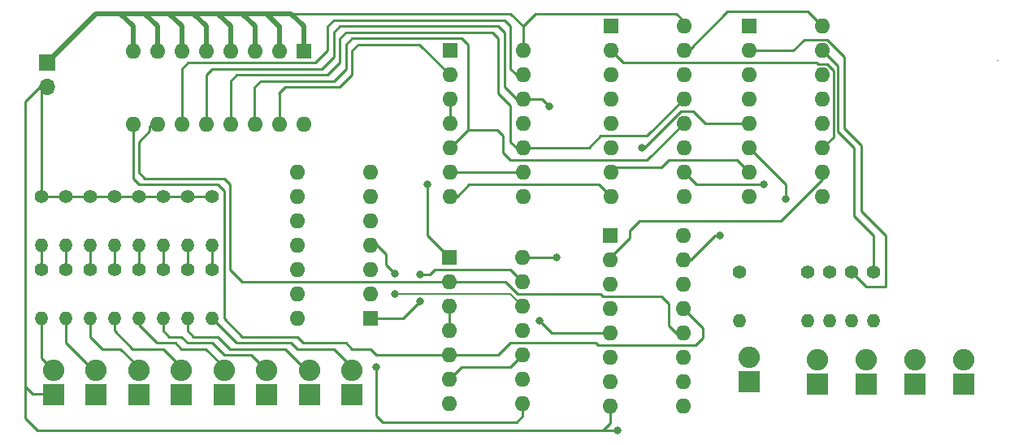
<source format=gbr>
%TF.GenerationSoftware,KiCad,Pcbnew,(6.0.4)*%
%TF.CreationDate,2022-04-08T01:44:20+01:00*%
%TF.ProjectId,test,74657374-2e6b-4696-9361-645f70636258,rev?*%
%TF.SameCoordinates,Original*%
%TF.FileFunction,Copper,L1,Top*%
%TF.FilePolarity,Positive*%
%FSLAX46Y46*%
G04 Gerber Fmt 4.6, Leading zero omitted, Abs format (unit mm)*
G04 Created by KiCad (PCBNEW (6.0.4)) date 2022-04-08 01:44:20*
%MOMM*%
%LPD*%
G01*
G04 APERTURE LIST*
%TA.AperFunction,NonConductor*%
%ADD10C,0.200000*%
%TD*%
%TA.AperFunction,ComponentPad*%
%ADD11R,1.600000X1.600000*%
%TD*%
%TA.AperFunction,ComponentPad*%
%ADD12O,1.600000X1.600000*%
%TD*%
%TA.AperFunction,ComponentPad*%
%ADD13O,1.400000X1.400000*%
%TD*%
%TA.AperFunction,ComponentPad*%
%ADD14C,1.400000*%
%TD*%
%TA.AperFunction,ComponentPad*%
%ADD15R,2.240000X2.240000*%
%TD*%
%TA.AperFunction,ComponentPad*%
%ADD16O,2.240000X2.240000*%
%TD*%
%TA.AperFunction,ComponentPad*%
%ADD17R,1.700000X1.700000*%
%TD*%
%TA.AperFunction,ComponentPad*%
%ADD18O,1.700000X1.700000*%
%TD*%
%TA.AperFunction,ViaPad*%
%ADD19C,0.800000*%
%TD*%
%TA.AperFunction,Conductor*%
%ADD20C,0.250000*%
%TD*%
%TA.AperFunction,Conductor*%
%ADD21C,0.200000*%
%TD*%
%TA.AperFunction,Conductor*%
%ADD22C,0.500000*%
%TD*%
G04 APERTURE END LIST*
D10*
X139700000Y-32766000D02*
X139700000Y-32766000D01*
X139700000Y-32766000D02*
X139700000Y-32766000D01*
X139700000Y-32766000D02*
X139700000Y-32766000D01*
X139700000Y-32766000D02*
X139700000Y-32766000D01*
D11*
%TO.P,U6,1,~{Mr}*%
%TO.N,unconnected-(U6-Pad1)*%
X99314000Y-51054000D03*
D12*
%TO.P,U6,2,Q0*%
%TO.N,/4bit register/Q0_1*%
X99314000Y-53594000D03*
%TO.P,U6,3,~{Q0}*%
%TO.N,unconnected-(U6-Pad3)*%
X99314000Y-56134000D03*
%TO.P,U6,4,D0*%
%TO.N,/4bit register/D0_1*%
X99314000Y-58674000D03*
%TO.P,U6,5,D1*%
%TO.N,/4bit register/D1_1*%
X99314000Y-61214000D03*
%TO.P,U6,6,~{Q1}*%
%TO.N,unconnected-(U6-Pad6)*%
X99314000Y-63754000D03*
%TO.P,U6,7,Q1*%
%TO.N,/4bit register/Q1_1*%
X99314000Y-66294000D03*
%TO.P,U6,8,GND*%
%TO.N,/4bit register/GND*%
X99314000Y-68834000D03*
%TO.P,U6,9,Cp*%
%TO.N,/4bit register/CLK*%
X106934000Y-68834000D03*
%TO.P,U6,10,Q2*%
%TO.N,/4bit register/Q2_1*%
X106934000Y-66294000D03*
%TO.P,U6,11,~{Q2}*%
%TO.N,unconnected-(U6-Pad11)*%
X106934000Y-63754000D03*
%TO.P,U6,12,D2*%
%TO.N,/4bit register/D2_1*%
X106934000Y-61214000D03*
%TO.P,U6,13,D3*%
%TO.N,/4bit register/D3_1*%
X106934000Y-58674000D03*
%TO.P,U6,14,~{Q3}*%
%TO.N,unconnected-(U6-Pad14)*%
X106934000Y-56134000D03*
%TO.P,U6,15,Q3*%
%TO.N,/4bit register/Q3_1*%
X106934000Y-53594000D03*
%TO.P,U6,16,VCC*%
%TO.N,/4bit register/VCC*%
X106934000Y-51054000D03*
%TD*%
D11*
%TO.P,SW1,1*%
%TO.N,/4bit register/VCC*%
X67320000Y-31792500D03*
D12*
%TO.P,SW1,2*%
X64780000Y-31792500D03*
%TO.P,SW1,3*%
X62240000Y-31792500D03*
%TO.P,SW1,4*%
X59700000Y-31792500D03*
%TO.P,SW1,5*%
X57160000Y-31792500D03*
%TO.P,SW1,6*%
X54620000Y-31792500D03*
%TO.P,SW1,7*%
X52080000Y-31792500D03*
%TO.P,SW1,8*%
X49540000Y-31792500D03*
%TO.P,SW1,9*%
%TO.N,/4bit register/D3_1*%
X49540000Y-39412500D03*
%TO.P,SW1,10*%
%TO.N,/4bit register/D2_1*%
X52080000Y-39412500D03*
%TO.P,SW1,11*%
%TO.N,/4bit register/D1_1*%
X54620000Y-39412500D03*
%TO.P,SW1,12*%
%TO.N,/4bit register/D0_1*%
X57160000Y-39412500D03*
%TO.P,SW1,13*%
%TO.N,/4bit register/D3_0*%
X59700000Y-39412500D03*
%TO.P,SW1,14*%
%TO.N,/4bit register/D2_0*%
X62240000Y-39412500D03*
%TO.P,SW1,15*%
%TO.N,/4bit register/D1_0*%
X64780000Y-39412500D03*
%TO.P,SW1,16*%
%TO.N,/4bit register/D0_0*%
X67320000Y-39412500D03*
%TD*%
D13*
%TO.P,R21,2*%
%TO.N,Net-(D13-Pad2)*%
X57785000Y-59690000D03*
D14*
%TO.P,R21,1*%
%TO.N,/4bit register/D0_0*%
X57785000Y-54610000D03*
%TD*%
D13*
%TO.P,R20,2*%
%TO.N,Net-(D12-Pad2)*%
X55245000Y-59690000D03*
D14*
%TO.P,R20,1*%
%TO.N,/4bit register/D1_0*%
X55245000Y-54610000D03*
%TD*%
D13*
%TO.P,R19,2*%
%TO.N,Net-(D11-Pad2)*%
X52705000Y-59690000D03*
D14*
%TO.P,R19,1*%
%TO.N,/4bit register/D2_0*%
X52705000Y-54610000D03*
%TD*%
D13*
%TO.P,R18,2*%
%TO.N,Net-(D10-Pad2)*%
X50165000Y-59690000D03*
D14*
%TO.P,R18,1*%
%TO.N,/4bit register/D3_0*%
X50165000Y-54610000D03*
%TD*%
%TO.P,R17,1*%
%TO.N,/4bit register/D0_1*%
X47625000Y-54610000D03*
D13*
%TO.P,R17,2*%
%TO.N,Net-(D9-Pad2)*%
X47625000Y-59690000D03*
%TD*%
D14*
%TO.P,R16,1*%
%TO.N,/4bit register/D1_1*%
X45085000Y-54610000D03*
D13*
%TO.P,R16,2*%
%TO.N,Net-(D8-Pad2)*%
X45085000Y-59690000D03*
%TD*%
D14*
%TO.P,R15,1*%
%TO.N,/4bit register/D2_1*%
X42545000Y-54610000D03*
D13*
%TO.P,R15,2*%
%TO.N,Net-(D7-Pad2)*%
X42545000Y-59690000D03*
%TD*%
D14*
%TO.P,R14,1*%
%TO.N,/4bit register/D3_1*%
X40005000Y-54610000D03*
D13*
%TO.P,R14,2*%
%TO.N,Net-(D6-Pad2)*%
X40005000Y-59690000D03*
%TD*%
D15*
%TO.P,D13,1,K*%
%TO.N,/4bit register/GND*%
X72390000Y-67650000D03*
D16*
%TO.P,D13,2,A*%
%TO.N,Net-(D13-Pad2)*%
X72390000Y-65110000D03*
%TD*%
%TO.P,D12,2,A*%
%TO.N,Net-(D12-Pad2)*%
X67945000Y-65110000D03*
D15*
%TO.P,D12,1,K*%
%TO.N,/4bit register/GND*%
X67945000Y-67650000D03*
%TD*%
D16*
%TO.P,D11,2,A*%
%TO.N,Net-(D11-Pad2)*%
X63500000Y-65110000D03*
D15*
%TO.P,D11,1,K*%
%TO.N,/4bit register/GND*%
X63500000Y-67650000D03*
%TD*%
%TO.P,D10,1,K*%
%TO.N,/4bit register/GND*%
X59055000Y-67650000D03*
D16*
%TO.P,D10,2,A*%
%TO.N,Net-(D10-Pad2)*%
X59055000Y-65110000D03*
%TD*%
D15*
%TO.P,D9,1,K*%
%TO.N,/4bit register/GND*%
X54610000Y-67650000D03*
D16*
%TO.P,D9,2,A*%
%TO.N,Net-(D9-Pad2)*%
X54610000Y-65110000D03*
%TD*%
%TO.P,D8,2,A*%
%TO.N,Net-(D8-Pad2)*%
X50165000Y-65110000D03*
D15*
%TO.P,D8,1,K*%
%TO.N,/4bit register/GND*%
X50165000Y-67650000D03*
%TD*%
%TO.P,D7,1,K*%
%TO.N,/4bit register/GND*%
X45720000Y-67650000D03*
D16*
%TO.P,D7,2,A*%
%TO.N,Net-(D7-Pad2)*%
X45720000Y-65110000D03*
%TD*%
D15*
%TO.P,D6,1,K*%
%TO.N,/4bit register/GND*%
X41275000Y-67650000D03*
D16*
%TO.P,D6,2,A*%
%TO.N,Net-(D6-Pad2)*%
X41275000Y-65110000D03*
%TD*%
D15*
%TO.P,D5,1,K*%
%TO.N,/4bit register/GND*%
X113792000Y-66294000D03*
D16*
%TO.P,D5,2,A*%
%TO.N,Net-(D5-Pad2)*%
X113792000Y-63754000D03*
%TD*%
D14*
%TO.P,R8,1*%
%TO.N,/4bit register/GND*%
X52705000Y-46990000D03*
D13*
%TO.P,R8,2*%
%TO.N,/4bit register/D2_0*%
X52705000Y-52070000D03*
%TD*%
D14*
%TO.P,R12,1*%
%TO.N,/4bit register/GND*%
X42545000Y-46990000D03*
D13*
%TO.P,R12,2*%
%TO.N,/4bit register/D2_1*%
X42545000Y-52070000D03*
%TD*%
%TO.P,R2,2*%
%TO.N,Net-(D2-Pad2)*%
X122174000Y-59944000D03*
D14*
%TO.P,R2,1*%
%TO.N,Net-(R2-Pad1)*%
X122174000Y-54864000D03*
%TD*%
%TO.P,R6,1*%
%TO.N,/4bit register/GND*%
X57785000Y-46990000D03*
D13*
%TO.P,R6,2*%
%TO.N,/4bit register/D0_0*%
X57785000Y-52070000D03*
%TD*%
D12*
%TO.P,U2,14,VCC*%
%TO.N,/4bit register/VCC*%
X90170000Y-53340000D03*
%TO.P,U2,13*%
%TO.N,Net-(U2-Pad13)*%
X90170000Y-55880000D03*
%TO.P,U2,12*%
%TO.N,Net-(U2-Pad12)*%
X90170000Y-58420000D03*
%TO.P,U2,11*%
%TO.N,/4bit register/CLK*%
X90170000Y-60960000D03*
%TO.P,U2,10*%
%TO.N,Net-(U2-Pad10)*%
X90170000Y-63500000D03*
%TO.P,U2,9*%
%TO.N,Net-(U1-Pad8)*%
X90170000Y-66040000D03*
%TO.P,U2,8*%
%TO.N,Net-(U2-Pad13)*%
X90170000Y-68580000D03*
%TO.P,U2,7,GND*%
%TO.N,/4bit register/GND*%
X82550000Y-68580000D03*
%TO.P,U2,6*%
%TO.N,Net-(U2-Pad10)*%
X82550000Y-66040000D03*
%TO.P,U2,5*%
%TO.N,/4bit register/D3_1*%
X82550000Y-63500000D03*
%TO.P,U2,4*%
%TO.N,Net-(U2-Pad3)*%
X82550000Y-60960000D03*
%TO.P,U2,3*%
X82550000Y-58420000D03*
%TO.P,U2,2*%
%TO.N,/4bit register/D2_1*%
X82550000Y-55880000D03*
D11*
%TO.P,U2,1*%
%TO.N,Net-(U1-Pad11)*%
X82550000Y-53340000D03*
%TD*%
D14*
%TO.P,R3,1*%
%TO.N,Net-(R3-Pad1)*%
X124460000Y-54864000D03*
D13*
%TO.P,R3,2*%
%TO.N,Net-(D3-Pad2)*%
X124460000Y-59944000D03*
%TD*%
D12*
%TO.P,U4,16,B4*%
%TO.N,/4bit register/Q3_0*%
X121412000Y-29210000D03*
%TO.P,U4,15,S4*%
%TO.N,Net-(R4-Pad1)*%
X121412000Y-31750000D03*
%TO.P,U4,14,C4*%
%TO.N,Net-(R5-Pad1)*%
X121412000Y-34290000D03*
%TO.P,U4,13,C0*%
%TO.N,unconnected-(U4-Pad13)*%
X121412000Y-36830000D03*
%TO.P,U4,12,GND*%
%TO.N,/4bit register/GND*%
X121412000Y-39370000D03*
%TO.P,U4,11,B1*%
%TO.N,/4bit register/Q0_0*%
X121412000Y-41910000D03*
%TO.P,U4,10,A1*%
%TO.N,/4bit register/Q0_1*%
X121412000Y-44450000D03*
%TO.P,U4,9,S1*%
%TO.N,Net-(R1-Pad1)*%
X121412000Y-46990000D03*
%TO.P,U4,8,A2*%
%TO.N,/4bit register/Q1_1*%
X113792000Y-46990000D03*
%TO.P,U4,7,B2*%
%TO.N,/4bit register/Q1_0*%
X113792000Y-44450000D03*
%TO.P,U4,6,S2*%
%TO.N,Net-(R2-Pad1)*%
X113792000Y-41910000D03*
%TO.P,U4,5,VCC*%
%TO.N,/4bit register/VCC*%
X113792000Y-39370000D03*
%TO.P,U4,4,B3*%
%TO.N,/4bit register/Q2_0*%
X113792000Y-36830000D03*
%TO.P,U4,3,A3*%
%TO.N,/4bit register/Q2_1*%
X113792000Y-34290000D03*
%TO.P,U4,2,S3*%
%TO.N,Net-(R3-Pad1)*%
X113792000Y-31750000D03*
D11*
%TO.P,U4,1,A4*%
%TO.N,/4bit register/Q3_1*%
X113792000Y-29210000D03*
%TD*%
D14*
%TO.P,R1,1*%
%TO.N,Net-(R1-Pad1)*%
X119888000Y-54864000D03*
D13*
%TO.P,R1,2*%
%TO.N,Net-(D1-Pad2)*%
X119888000Y-59944000D03*
%TD*%
D14*
%TO.P,R4,1*%
%TO.N,Net-(R4-Pad1)*%
X126746000Y-54864000D03*
D13*
%TO.P,R4,2*%
%TO.N,Net-(D4-Pad2)*%
X126746000Y-59944000D03*
%TD*%
D15*
%TO.P,D1,1,K*%
%TO.N,/4bit register/GND*%
X120904000Y-66548000D03*
D16*
%TO.P,D1,2,A*%
%TO.N,Net-(D1-Pad2)*%
X120904000Y-64008000D03*
%TD*%
D17*
%TO.P,BT1,1,+*%
%TO.N,/4bit register/VCC*%
X40640000Y-33020000D03*
D18*
%TO.P,BT1,2,-*%
%TO.N,/4bit register/GND*%
X40640000Y-35560000D03*
%TD*%
D14*
%TO.P,R11,1*%
%TO.N,/4bit register/GND*%
X45085000Y-46990000D03*
D13*
%TO.P,R11,2*%
%TO.N,/4bit register/D1_1*%
X45085000Y-52070000D03*
%TD*%
D14*
%TO.P,R13,1*%
%TO.N,/4bit register/GND*%
X40005000Y-46990000D03*
D13*
%TO.P,R13,2*%
%TO.N,/4bit register/D3_1*%
X40005000Y-52070000D03*
%TD*%
D11*
%TO.P,U5,1,~{Mr}*%
%TO.N,unconnected-(U5-Pad1)*%
X99324000Y-29200000D03*
D12*
%TO.P,U5,2,Q0*%
%TO.N,/4bit register/Q0_0*%
X99324000Y-31740000D03*
%TO.P,U5,3,~{Q0}*%
%TO.N,unconnected-(U5-Pad3)*%
X99324000Y-34280000D03*
%TO.P,U5,4,D0*%
%TO.N,/4bit register/D0_0*%
X99324000Y-36820000D03*
%TO.P,U5,5,D1*%
%TO.N,/4bit register/D1_0*%
X99324000Y-39360000D03*
%TO.P,U5,6,~{Q1}*%
%TO.N,unconnected-(U5-Pad6)*%
X99324000Y-41900000D03*
%TO.P,U5,7,Q1*%
%TO.N,/4bit register/Q1_0*%
X99324000Y-44440000D03*
%TO.P,U5,8,GND*%
%TO.N,/4bit register/GND*%
X99324000Y-46980000D03*
%TO.P,U5,9,Cp*%
%TO.N,/4bit register/CLK*%
X106944000Y-46980000D03*
%TO.P,U5,10,Q2*%
%TO.N,/4bit register/Q2_0*%
X106944000Y-44440000D03*
%TO.P,U5,11,~{Q2}*%
%TO.N,unconnected-(U5-Pad11)*%
X106944000Y-41900000D03*
%TO.P,U5,12,D2*%
%TO.N,/4bit register/D2_0*%
X106944000Y-39360000D03*
%TO.P,U5,13,D3*%
%TO.N,/4bit register/D3_0*%
X106944000Y-36820000D03*
%TO.P,U5,14,~{Q3}*%
%TO.N,unconnected-(U5-Pad14)*%
X106944000Y-34280000D03*
%TO.P,U5,15,Q3*%
%TO.N,/4bit register/Q3_0*%
X106944000Y-31740000D03*
%TO.P,U5,16,VCC*%
%TO.N,/4bit register/VCC*%
X106944000Y-29200000D03*
%TD*%
D14*
%TO.P,R5,1*%
%TO.N,Net-(R5-Pad1)*%
X112776000Y-54864000D03*
D13*
%TO.P,R5,2*%
%TO.N,Net-(D5-Pad2)*%
X112776000Y-59944000D03*
%TD*%
D16*
%TO.P,D3,2,A*%
%TO.N,Net-(D3-Pad2)*%
X131064000Y-64008000D03*
D15*
%TO.P,D3,1,K*%
%TO.N,/4bit register/GND*%
X131064000Y-66548000D03*
%TD*%
D12*
%TO.P,U1,14,VCC*%
%TO.N,/4bit register/VCC*%
X90180000Y-31745000D03*
%TO.P,U1,13*%
%TO.N,/4bit register/D1_1*%
X90180000Y-34285000D03*
%TO.P,U1,12*%
%TO.N,/4bit register/D0_1*%
X90180000Y-36825000D03*
%TO.P,U1,11*%
%TO.N,Net-(U1-Pad11)*%
X90180000Y-39365000D03*
%TO.P,U1,10*%
%TO.N,/4bit register/D3_0*%
X90180000Y-41905000D03*
%TO.P,U1,9*%
%TO.N,Net-(U1-Pad6)*%
X90180000Y-44445000D03*
%TO.P,U1,8*%
%TO.N,Net-(U1-Pad8)*%
X90180000Y-46985000D03*
%TO.P,U1,7,GND*%
%TO.N,/4bit register/GND*%
X82560000Y-46985000D03*
%TO.P,U1,6*%
%TO.N,Net-(U1-Pad6)*%
X82560000Y-44445000D03*
%TO.P,U1,5*%
%TO.N,/4bit register/D2_0*%
X82560000Y-41905000D03*
%TO.P,U1,4*%
%TO.N,Net-(U1-Pad3)*%
X82560000Y-39365000D03*
%TO.P,U1,3*%
X82560000Y-36825000D03*
%TO.P,U1,2*%
%TO.N,/4bit register/D1_0*%
X82560000Y-34285000D03*
D11*
%TO.P,U1,1*%
%TO.N,/4bit register/D0_0*%
X82560000Y-31745000D03*
%TD*%
D14*
%TO.P,R10,1*%
%TO.N,/4bit register/GND*%
X47625000Y-46990000D03*
D13*
%TO.P,R10,2*%
%TO.N,/4bit register/D0_1*%
X47625000Y-52070000D03*
%TD*%
D15*
%TO.P,D4,1,K*%
%TO.N,/4bit register/GND*%
X136144000Y-66548000D03*
D16*
%TO.P,D4,2,A*%
%TO.N,Net-(D4-Pad2)*%
X136144000Y-64008000D03*
%TD*%
D14*
%TO.P,R9,1*%
%TO.N,/4bit register/GND*%
X50165000Y-46990000D03*
D13*
%TO.P,R9,2*%
%TO.N,/4bit register/D3_0*%
X50165000Y-52070000D03*
%TD*%
D14*
%TO.P,R7,1*%
%TO.N,/4bit register/GND*%
X55245000Y-46990000D03*
D13*
%TO.P,R7,2*%
%TO.N,/4bit register/D1_0*%
X55245000Y-52070000D03*
%TD*%
D12*
%TO.P,U3,14,VCC*%
%TO.N,/4bit register/VCC*%
X66665000Y-59695000D03*
%TO.P,U3,13*%
%TO.N,unconnected-(U3-Pad13)*%
X66665000Y-57155000D03*
%TO.P,U3,12*%
%TO.N,unconnected-(U3-Pad12)*%
X66665000Y-54615000D03*
%TO.P,U3,11*%
%TO.N,unconnected-(U3-Pad11)*%
X66665000Y-52075000D03*
%TO.P,U3,10*%
%TO.N,unconnected-(U3-Pad10)*%
X66665000Y-49535000D03*
%TO.P,U3,9*%
%TO.N,unconnected-(U3-Pad9)*%
X66665000Y-46995000D03*
%TO.P,U3,8*%
%TO.N,unconnected-(U3-Pad8)*%
X66665000Y-44455000D03*
%TO.P,U3,7,GND*%
%TO.N,/4bit register/GND*%
X74285000Y-44455000D03*
%TO.P,U3,6*%
%TO.N,unconnected-(U3-Pad6)*%
X74285000Y-46995000D03*
%TO.P,U3,5*%
%TO.N,unconnected-(U3-Pad5)*%
X74285000Y-49535000D03*
%TO.P,U3,4*%
%TO.N,Net-(U2-Pad12)*%
X74285000Y-52075000D03*
%TO.P,U3,3*%
%TO.N,Net-(U3-Pad2)*%
X74285000Y-54615000D03*
%TO.P,U3,2*%
X74285000Y-57155000D03*
D11*
%TO.P,U3,1*%
%TO.N,Net-(U2-Pad13)*%
X74285000Y-59695000D03*
%TD*%
D15*
%TO.P,D2,1,K*%
%TO.N,/4bit register/GND*%
X125984000Y-66548000D03*
D16*
%TO.P,D2,2,A*%
%TO.N,Net-(D2-Pad2)*%
X125984000Y-64008000D03*
%TD*%
D19*
%TO.N,Net-(R2-Pad1)*%
X117602000Y-47244000D03*
%TO.N,/4bit register/VCC*%
X102616000Y-41910000D03*
%TO.N,/4bit register/Q3_1*%
X110744000Y-51054000D03*
%TO.N,/4bit register/Q2_0*%
X115316000Y-45720000D03*
%TO.N,/4bit register/VCC*%
X93726000Y-53340000D03*
%TO.N,/4bit register/GND*%
X100076000Y-71374000D03*
%TO.N,/4bit register/D0_1*%
X92964000Y-37592000D03*
%TO.N,/4bit register/D1_1*%
X91948000Y-59944000D03*
%TO.N,Net-(U2-Pad13)*%
X79502000Y-55118000D03*
X79502000Y-57912000D03*
%TO.N,Net-(U1-Pad11)*%
X80264000Y-45720000D03*
%TO.N,Net-(U2-Pad12)*%
X76820802Y-57150000D03*
X76814104Y-55002035D03*
%TO.N,Net-(U2-Pad13)*%
X74930000Y-64770000D03*
%TD*%
D20*
%TO.N,/4bit register/GND*%
X50165000Y-46990000D02*
X47625000Y-46990000D01*
X38354000Y-66802000D02*
X38354000Y-70104000D01*
X38354000Y-70104000D02*
X39624000Y-71374000D01*
X39624000Y-71374000D02*
X98552000Y-71374000D01*
%TO.N,/4bit register/D0_0*%
X57785000Y-52070000D02*
X57785000Y-54610000D01*
%TO.N,/4bit register/D1_0*%
X55245000Y-52070000D02*
X55245000Y-54610000D01*
%TO.N,/4bit register/D2_0*%
X52705000Y-52070000D02*
X52705000Y-54610000D01*
%TO.N,/4bit register/D3_0*%
X50165000Y-52070000D02*
X50165000Y-54610000D01*
%TO.N,/4bit register/D0_1*%
X47625000Y-52070000D02*
X47625000Y-54610000D01*
%TO.N,/4bit register/D1_1*%
X45085000Y-52070000D02*
X45085000Y-54610000D01*
%TO.N,/4bit register/D2_1*%
X42545000Y-52070000D02*
X42545000Y-54610000D01*
%TO.N,/4bit register/D3_1*%
X40005000Y-52070000D02*
X40005000Y-54610000D01*
%TO.N,Net-(R3-Pad1)*%
X113792000Y-31750000D02*
X118364000Y-31750000D01*
X128016000Y-56388000D02*
X125984000Y-56388000D01*
X118364000Y-31750000D02*
X119488511Y-30625489D01*
X121877789Y-30625489D02*
X123698000Y-32445700D01*
X119488511Y-30625489D02*
X121877789Y-30625489D01*
X128016000Y-51054000D02*
X128016000Y-56388000D01*
X123698000Y-32445700D02*
X123698000Y-39878000D01*
X123698000Y-39878000D02*
X125476000Y-41656000D01*
X125476000Y-48514000D02*
X128016000Y-51054000D01*
X125476000Y-41656000D02*
X125476000Y-48514000D01*
X125984000Y-56388000D02*
X124460000Y-54864000D01*
%TO.N,Net-(R2-Pad1)*%
X113792000Y-41910000D02*
X117602000Y-45720000D01*
X117602000Y-45720000D02*
X117602000Y-46228000D01*
X117602000Y-46228000D02*
X117602000Y-47244000D01*
%TO.N,/4bit register/VCC*%
X113792000Y-39370000D02*
X109220000Y-39370000D01*
X109220000Y-39370000D02*
X107950000Y-38100000D01*
X107950000Y-38100000D02*
X106613700Y-38100000D01*
X106613700Y-38100000D02*
X102803700Y-41910000D01*
X102803700Y-41910000D02*
X102616000Y-41910000D01*
%TO.N,Net-(R4-Pad1)*%
X126746000Y-54864000D02*
X126746000Y-51054000D01*
X126746000Y-51054000D02*
X124714000Y-49022000D01*
X124714000Y-41910000D02*
X122986021Y-40182021D01*
X124714000Y-49022000D02*
X124714000Y-41910000D01*
X122986021Y-40182021D02*
X122986021Y-33324021D01*
X122986021Y-33324021D02*
X121412000Y-31750000D01*
%TO.N,/4bit register/Q0_0*%
X122536511Y-40785489D02*
X121412000Y-41910000D01*
X122536511Y-33824211D02*
X122536511Y-40785489D01*
X121877789Y-33165489D02*
X122536511Y-33824211D01*
X100604000Y-33020000D02*
X120817001Y-33020000D01*
X120962490Y-33165489D02*
X121877789Y-33165489D01*
X120817001Y-33020000D02*
X120962490Y-33165489D01*
X99324000Y-31740000D02*
X100604000Y-33020000D01*
%TO.N,/4bit register/Q3_0*%
X106944000Y-31740000D02*
X107452000Y-31740000D01*
X107452000Y-31740000D02*
X111506000Y-27686000D01*
X119888000Y-27686000D02*
X121412000Y-29210000D01*
X111506000Y-27686000D02*
X119888000Y-27686000D01*
%TO.N,/4bit register/Q3_1*%
X110744000Y-51054000D02*
X110236000Y-51054000D01*
X110236000Y-51054000D02*
X107696000Y-53594000D01*
X107696000Y-53594000D02*
X106934000Y-53594000D01*
%TO.N,/4bit register/Q2_0*%
X108224000Y-45720000D02*
X115316000Y-45720000D01*
X106944000Y-44440000D02*
X108224000Y-45720000D01*
%TO.N,/4bit register/Q0_1*%
X99314000Y-53594000D02*
X99314000Y-53340000D01*
X99314000Y-53340000D02*
X101346000Y-51308000D01*
X121412000Y-45212000D02*
X121412000Y-44450000D01*
X101346000Y-51308000D02*
X101346000Y-50546000D01*
X117094000Y-49530000D02*
X121412000Y-45212000D01*
X101346000Y-50546000D02*
X102362000Y-49530000D01*
X102362000Y-49530000D02*
X117094000Y-49530000D01*
%TO.N,/4bit register/Q1_0*%
X99324000Y-44440000D02*
X99822000Y-43942000D01*
X99822000Y-43942000D02*
X104648000Y-43942000D01*
X104648000Y-43942000D02*
X105410000Y-43180000D01*
X105410000Y-43180000D02*
X112522000Y-43180000D01*
X112522000Y-43180000D02*
X113792000Y-44450000D01*
%TO.N,/4bit register/VCC*%
X90170000Y-53340000D02*
X93726000Y-53340000D01*
%TO.N,/4bit register/GND*%
X100076000Y-71374000D02*
X98552000Y-71374000D01*
%TO.N,/4bit register/D0_1*%
X92197000Y-36825000D02*
X92964000Y-37592000D01*
X90180000Y-36825000D02*
X92197000Y-36825000D01*
%TO.N,/4bit register/D1_1*%
X93218000Y-61214000D02*
X91948000Y-59944000D01*
X99314000Y-61214000D02*
X93218000Y-61214000D01*
%TO.N,/4bit register/VCC*%
X106944000Y-28712000D02*
X106172000Y-27940000D01*
X106944000Y-29200000D02*
X106944000Y-28712000D01*
X106172000Y-27940000D02*
X91460000Y-27940000D01*
X91460000Y-27940000D02*
X90180000Y-29220000D01*
%TO.N,Net-(U2-Pad13)*%
X79502000Y-55118000D02*
X80518000Y-55118000D01*
X81026000Y-54610000D02*
X88900000Y-54610000D01*
X80518000Y-55118000D02*
X81026000Y-54610000D01*
X88900000Y-54610000D02*
X90170000Y-55880000D01*
%TO.N,/4bit register/D2_1*%
X82550000Y-55880000D02*
X88392000Y-55880000D01*
X98552000Y-57404000D02*
X104648000Y-57404000D01*
X88392000Y-55880000D02*
X89662000Y-57150000D01*
X89662000Y-57150000D02*
X98298000Y-57150000D01*
X98298000Y-57150000D02*
X98552000Y-57404000D01*
X104648000Y-57404000D02*
X105410000Y-58166000D01*
X105410000Y-58166000D02*
X105410000Y-60452000D01*
X105410000Y-60452000D02*
X106172000Y-61214000D01*
X106172000Y-61214000D02*
X106934000Y-61214000D01*
%TO.N,/4bit register/GND*%
X99324000Y-46980000D02*
X98064000Y-45720000D01*
X98064000Y-45720000D02*
X84582000Y-45720000D01*
X84582000Y-45720000D02*
X83317000Y-46985000D01*
X83317000Y-46985000D02*
X82560000Y-46985000D01*
%TO.N,Net-(U1-Pad6)*%
X82560000Y-44445000D02*
X90180000Y-44445000D01*
%TO.N,/4bit register/D3_0*%
X90180000Y-41905000D02*
X97033000Y-41905000D01*
X97033000Y-41905000D02*
X98298000Y-40640000D01*
X98298000Y-40640000D02*
X103124000Y-40640000D01*
X103124000Y-40640000D02*
X106944000Y-36820000D01*
%TO.N,/4bit register/D2_0*%
X84455000Y-40010000D02*
X87508000Y-40010000D01*
X87508000Y-40010000D02*
X88138000Y-40640000D01*
X88138000Y-40640000D02*
X88138000Y-42418000D01*
X88138000Y-42418000D02*
X88900000Y-43180000D01*
X88900000Y-43180000D02*
X103124000Y-43180000D01*
X103124000Y-43180000D02*
X106944000Y-39360000D01*
%TO.N,/4bit register/D3_1*%
X82550000Y-63500000D02*
X87630000Y-63500000D01*
X87630000Y-63500000D02*
X88900000Y-62230000D01*
X88900000Y-62230000D02*
X97790000Y-62230000D01*
X97790000Y-62230000D02*
X98044000Y-62484000D01*
X108966000Y-60706000D02*
X106934000Y-58674000D01*
X98044000Y-62484000D02*
X108204000Y-62484000D01*
X108204000Y-62484000D02*
X108966000Y-61722000D01*
X108966000Y-61722000D02*
X108966000Y-60706000D01*
%TO.N,Net-(U2-Pad13)*%
X74285000Y-59695000D02*
X77719000Y-59695000D01*
X77719000Y-59695000D02*
X79502000Y-57912000D01*
%TO.N,Net-(U1-Pad3)*%
X82560000Y-36825000D02*
X82560000Y-39365000D01*
%TO.N,/4bit register/D0_1*%
X57160000Y-34280000D02*
X57160000Y-39412500D01*
%TO.N,/4bit register/D3_1*%
X80015000Y-63500000D02*
X82550000Y-63500000D01*
%TO.N,Net-(U2-Pad13)*%
X74930000Y-64770000D02*
X74930000Y-69850000D01*
X74930000Y-69850000D02*
X75565000Y-70485000D01*
X89535000Y-70485000D02*
X90170000Y-69850000D01*
X75565000Y-70485000D02*
X89535000Y-70485000D01*
X90170000Y-69850000D02*
X90170000Y-68580000D01*
%TO.N,/4bit register/GND*%
X99314000Y-70612000D02*
X99314000Y-68834000D01*
X98552000Y-71374000D02*
X99314000Y-70612000D01*
%TO.N,Net-(U1-Pad11)*%
X80264000Y-45720000D02*
X80264000Y-51054000D01*
X80264000Y-51054000D02*
X82550000Y-53340000D01*
%TO.N,/4bit register/GND*%
X41275000Y-67650000D02*
X41189000Y-67564000D01*
X38354000Y-66802000D02*
X38354000Y-37084000D01*
X41189000Y-67564000D02*
X39116000Y-67564000D01*
X39116000Y-67564000D02*
X38354000Y-66802000D01*
X38354000Y-37084000D02*
X39878000Y-35560000D01*
X39878000Y-35560000D02*
X40640000Y-35560000D01*
%TO.N,/4bit register/D2_1*%
X51308000Y-40132000D02*
X51308000Y-39624000D01*
X50165000Y-41275000D02*
X51308000Y-40132000D01*
X51308000Y-39624000D02*
X51519500Y-39412500D01*
X51519500Y-39412500D02*
X52080000Y-39412500D01*
%TO.N,/4bit register/D3_1*%
X49540000Y-45095000D02*
X49540000Y-39412500D01*
%TO.N,Net-(U2-Pad12)*%
X76814104Y-55002035D02*
X75875000Y-54062931D01*
X75875000Y-54062931D02*
X75875000Y-53015000D01*
X75875000Y-53015000D02*
X74935000Y-52075000D01*
X74935000Y-52075000D02*
X74285000Y-52075000D01*
D21*
X88900000Y-57150000D02*
X76820802Y-57150000D01*
X88900000Y-57150000D02*
X90170000Y-58420000D01*
D20*
%TO.N,Net-(U2-Pad3)*%
X82550000Y-58420000D02*
X82550000Y-60960000D01*
%TO.N,Net-(U2-Pad10)*%
X82550000Y-66040000D02*
X83820000Y-64770000D01*
X83820000Y-64770000D02*
X88900000Y-64770000D01*
X88900000Y-64770000D02*
X90170000Y-63500000D01*
%TO.N,/4bit register/D2_1*%
X80020000Y-55875000D02*
X82545000Y-55875000D01*
X82545000Y-55875000D02*
X82550000Y-55880000D01*
%TO.N,/4bit register/D1_0*%
X64780000Y-39412500D02*
X64780000Y-36205000D01*
X64780000Y-36205000D02*
X64770000Y-36195000D01*
X72390000Y-34290000D02*
X72390000Y-31750000D01*
X72390000Y-31750000D02*
X73025000Y-31115000D01*
X64770000Y-36195000D02*
X65405000Y-35560000D01*
X65405000Y-35560000D02*
X71120000Y-35560000D01*
X71120000Y-35560000D02*
X72390000Y-34290000D01*
X79390000Y-31115000D02*
X82560000Y-34285000D01*
X73025000Y-31115000D02*
X79390000Y-31115000D01*
%TO.N,/4bit register/D2_0*%
X62240000Y-39412500D02*
X62230000Y-39402500D01*
X71755000Y-31115000D02*
X72390000Y-30480000D01*
X84455000Y-31115000D02*
X84455000Y-40010000D01*
X62230000Y-39402500D02*
X62230000Y-35560000D01*
X62230000Y-35560000D02*
X62865000Y-34925000D01*
X70485000Y-34925000D02*
X71755000Y-33655000D01*
X62865000Y-34925000D02*
X70485000Y-34925000D01*
X71755000Y-33655000D02*
X71755000Y-31115000D01*
X84455000Y-40010000D02*
X82560000Y-41905000D01*
X72390000Y-30480000D02*
X83820000Y-30480000D01*
X83820000Y-30480000D02*
X84455000Y-31115000D01*
%TO.N,/4bit register/D3_0*%
X59700000Y-39412500D02*
X59700000Y-34915000D01*
X69850000Y-34290000D02*
X71120000Y-33020000D01*
X59700000Y-34915000D02*
X60325000Y-34290000D01*
X60325000Y-34290000D02*
X69850000Y-34290000D01*
X71755000Y-29845000D02*
X86995000Y-29845000D01*
X87630000Y-36195000D02*
X88900000Y-37465000D01*
X71120000Y-33020000D02*
X71120000Y-30480000D01*
X71120000Y-30480000D02*
X71755000Y-29845000D01*
X86995000Y-29845000D02*
X87630000Y-30480000D01*
X87630000Y-30480000D02*
X87630000Y-36195000D01*
X88900000Y-37465000D02*
X88900000Y-41275000D01*
X89530000Y-41905000D02*
X90180000Y-41905000D01*
X88900000Y-41275000D02*
X89530000Y-41905000D01*
%TO.N,/4bit register/D0_1*%
X70485000Y-32385000D02*
X70485000Y-29845000D01*
X71120000Y-29210000D02*
X87630000Y-29210000D01*
X88265000Y-35560000D02*
X89530000Y-36825000D01*
X57160000Y-34280000D02*
X57785000Y-33655000D01*
X57785000Y-33655000D02*
X69215000Y-33655000D01*
X69215000Y-33655000D02*
X70485000Y-32385000D01*
X70485000Y-29845000D02*
X71120000Y-29210000D01*
X88265000Y-29845000D02*
X88265000Y-35560000D01*
X87630000Y-29210000D02*
X88265000Y-29845000D01*
X89530000Y-36825000D02*
X90180000Y-36825000D01*
%TO.N,/4bit register/D1_1*%
X54620000Y-39412500D02*
X54620000Y-33645000D01*
X54620000Y-33645000D02*
X55245000Y-33020000D01*
X55245000Y-33020000D02*
X68580000Y-33020000D01*
X68580000Y-33020000D02*
X69850000Y-31750000D01*
X69850000Y-31750000D02*
X69850000Y-29210000D01*
X69850000Y-29210000D02*
X70485000Y-28575000D01*
X88900000Y-29210000D02*
X88900000Y-33655000D01*
X70485000Y-28575000D02*
X88265000Y-28575000D01*
X88265000Y-28575000D02*
X88900000Y-29210000D01*
X88900000Y-33655000D02*
X89530000Y-34285000D01*
X89530000Y-34285000D02*
X90180000Y-34285000D01*
%TO.N,/4bit register/VCC*%
X66040000Y-27940000D02*
X88900000Y-27940000D01*
X88900000Y-27940000D02*
X90180000Y-29220000D01*
X90180000Y-29220000D02*
X90180000Y-31745000D01*
%TO.N,/4bit register/D2_1*%
X59055000Y-45085000D02*
X59690000Y-45720000D01*
X50165000Y-41275000D02*
X50165000Y-44450000D01*
X59690000Y-54610000D02*
X60960000Y-55880000D01*
X50165000Y-44450000D02*
X50800000Y-45085000D01*
X50800000Y-45085000D02*
X59055000Y-45085000D01*
X59690000Y-45720000D02*
X59690000Y-54610000D01*
X80015000Y-55880000D02*
X80020000Y-55875000D01*
X60960000Y-55880000D02*
X80015000Y-55880000D01*
%TO.N,/4bit register/D3_1*%
X74295000Y-62865000D02*
X74930000Y-63500000D01*
X67310000Y-62230000D02*
X71755000Y-62230000D01*
X60960000Y-61595000D02*
X66675000Y-61595000D01*
X74930000Y-63500000D02*
X80015000Y-63500000D01*
X66675000Y-61595000D02*
X67310000Y-62230000D01*
X71755000Y-62230000D02*
X72390000Y-62865000D01*
X72390000Y-62865000D02*
X74295000Y-62865000D01*
X49540000Y-45095000D02*
X50165000Y-45720000D01*
X50165000Y-45720000D02*
X58420000Y-45720000D01*
X58420000Y-45720000D02*
X59055000Y-46355000D01*
X59055000Y-46355000D02*
X59055000Y-59690000D01*
X59055000Y-59690000D02*
X60960000Y-61595000D01*
%TO.N,/4bit register/GND*%
X40005000Y-46990000D02*
X40005000Y-36195000D01*
X40005000Y-36195000D02*
X40640000Y-35560000D01*
X42545000Y-46990000D02*
X40005000Y-46990000D01*
X45085000Y-46990000D02*
X42545000Y-46990000D01*
X47625000Y-46990000D02*
X45085000Y-46990000D01*
X52705000Y-46990000D02*
X50165000Y-46990000D01*
X55245000Y-46990000D02*
X52705000Y-46990000D01*
X57785000Y-46990000D02*
X55245000Y-46990000D01*
%TO.N,Net-(D13-Pad2)*%
X66675000Y-62865000D02*
X70485000Y-62865000D01*
X60325000Y-62230000D02*
X66040000Y-62230000D01*
X72390000Y-64770000D02*
X72390000Y-65110000D01*
X57785000Y-59690000D02*
X60325000Y-62230000D01*
X66040000Y-62230000D02*
X66675000Y-62865000D01*
X70485000Y-62865000D02*
X72390000Y-64770000D01*
%TO.N,Net-(D12-Pad2)*%
X55245000Y-59690000D02*
X55245000Y-60960000D01*
X55245000Y-60960000D02*
X55880000Y-61595000D01*
X55880000Y-61595000D02*
X58420000Y-61595000D01*
X58420000Y-61595000D02*
X59690000Y-62865000D01*
X59690000Y-62865000D02*
X65405000Y-62865000D01*
X65405000Y-62865000D02*
X67650000Y-65110000D01*
X67650000Y-65110000D02*
X67945000Y-65110000D01*
%TO.N,Net-(D11-Pad2)*%
X52705000Y-59690000D02*
X52705000Y-60960000D01*
X52705000Y-60960000D02*
X53340000Y-61595000D01*
X53340000Y-61595000D02*
X54610000Y-61595000D01*
X54610000Y-61595000D02*
X55245000Y-62230000D01*
X55245000Y-62230000D02*
X57785000Y-62230000D01*
X57785000Y-62230000D02*
X59055000Y-63500000D01*
X59055000Y-63500000D02*
X61890000Y-63500000D01*
X61890000Y-63500000D02*
X63500000Y-65110000D01*
%TO.N,Net-(D10-Pad2)*%
X50165000Y-59690000D02*
X50165000Y-60325000D01*
X59055000Y-64770000D02*
X59055000Y-65110000D01*
X50165000Y-60325000D02*
X52070000Y-62230000D01*
X54610000Y-62865000D02*
X57150000Y-62865000D01*
X52070000Y-62230000D02*
X53975000Y-62230000D01*
X53975000Y-62230000D02*
X54610000Y-62865000D01*
X57150000Y-62865000D02*
X59055000Y-64770000D01*
%TO.N,Net-(D9-Pad2)*%
X47625000Y-59690000D02*
X47625000Y-60960000D01*
X47625000Y-60960000D02*
X49530000Y-62865000D01*
X49530000Y-62865000D02*
X52705000Y-62865000D01*
X52705000Y-62865000D02*
X54610000Y-64770000D01*
X54610000Y-64770000D02*
X54610000Y-65110000D01*
%TO.N,Net-(D8-Pad2)*%
X45085000Y-59690000D02*
X45085000Y-61595000D01*
X45085000Y-61595000D02*
X46355000Y-62865000D01*
X46355000Y-62865000D02*
X48260000Y-62865000D01*
X48260000Y-62865000D02*
X50165000Y-64770000D01*
X50165000Y-64770000D02*
X50165000Y-65110000D01*
%TO.N,Net-(D7-Pad2)*%
X42545000Y-59690000D02*
X42545000Y-62230000D01*
X42545000Y-62230000D02*
X45425000Y-65110000D01*
X45425000Y-65110000D02*
X45720000Y-65110000D01*
%TO.N,Net-(D6-Pad2)*%
X40005000Y-59690000D02*
X40005000Y-63840000D01*
X40005000Y-63840000D02*
X41275000Y-65110000D01*
D22*
%TO.N,/4bit register/VCC*%
X50800000Y-27940000D02*
X48260000Y-27940000D01*
X48260000Y-27940000D02*
X45720000Y-27940000D01*
X49540000Y-31792500D02*
X49540000Y-29220000D01*
X49540000Y-29220000D02*
X48260000Y-27940000D01*
X58420000Y-27940000D02*
X50800000Y-27940000D01*
X52080000Y-31792500D02*
X52080000Y-29220000D01*
X52080000Y-29220000D02*
X50800000Y-27940000D01*
X54620000Y-31792500D02*
X54620000Y-29220000D01*
X54620000Y-29220000D02*
X53340000Y-27940000D01*
X57160000Y-31792500D02*
X57160000Y-29220000D01*
X57160000Y-29220000D02*
X55880000Y-27940000D01*
X60960000Y-27940000D02*
X58420000Y-27940000D01*
X59700000Y-31792500D02*
X59700000Y-29220000D01*
X59700000Y-29220000D02*
X58420000Y-27940000D01*
X66040000Y-27940000D02*
X60960000Y-27940000D01*
X62240000Y-29220000D02*
X60960000Y-27940000D01*
X62240000Y-31792500D02*
X62240000Y-29220000D01*
X64770000Y-29210000D02*
X63500000Y-27940000D01*
X64780000Y-31792500D02*
X64780000Y-29220000D01*
X64780000Y-29220000D02*
X64770000Y-29210000D01*
X67320000Y-29220000D02*
X66040000Y-27940000D01*
X67320000Y-31792500D02*
X67320000Y-29220000D01*
X45720000Y-27940000D02*
X40640000Y-33020000D01*
%TD*%
M02*

</source>
